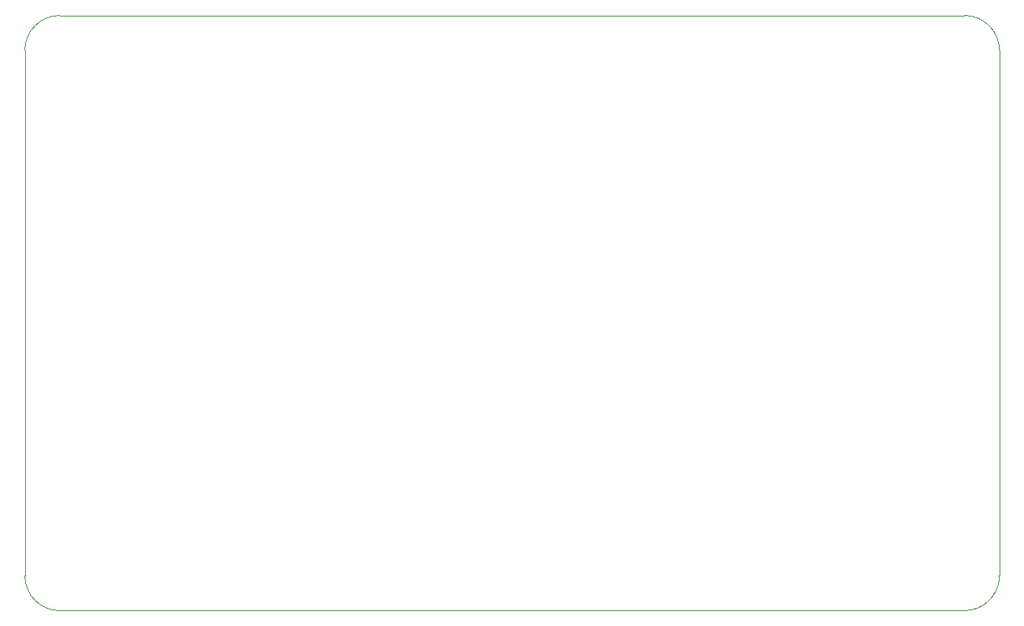
<source format=gbr>
%TF.GenerationSoftware,KiCad,Pcbnew,8.0.6*%
%TF.CreationDate,2024-11-23T21:07:21+07:00*%
%TF.ProjectId,NO2C,4e4f3243-2e6b-4696-9361-645f70636258,vD1*%
%TF.SameCoordinates,Original*%
%TF.FileFunction,Profile,NP*%
%FSLAX46Y46*%
G04 Gerber Fmt 4.6, Leading zero omitted, Abs format (unit mm)*
G04 Created by KiCad (PCBNEW 8.0.6) date 2024-11-23 21:07:21*
%MOMM*%
%LPD*%
G01*
G04 APERTURE LIST*
%TA.AperFunction,Profile*%
%ADD10C,0.100000*%
%TD*%
G04 APERTURE END LIST*
D10*
X104750000Y60250000D02*
X104750000Y3750000D01*
X0Y3750000D02*
X0Y60250000D01*
X101000000Y0D02*
X3750000Y0D01*
X101000000Y64000000D02*
G75*
G02*
X104750000Y60250000I0J-3750000D01*
G01*
X0Y60250000D02*
G75*
G02*
X3750000Y64000000I3750000J0D01*
G01*
X104750000Y3750000D02*
G75*
G02*
X101000000Y0I-3750000J0D01*
G01*
X3750000Y64000000D02*
X101000000Y64000000D01*
X3750000Y0D02*
G75*
G02*
X0Y3750000I0J3750000D01*
G01*
M02*

</source>
